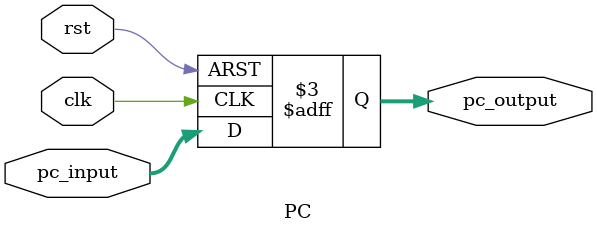
<source format=v>
module PC #(parameter WIDTH=32) 
(
input  wire  [WIDTH-1:0]  pc_input,
input  wire               clk,
input  wire               rst,
output reg   [WIDTH-1:0]  pc_output 
);

 always@(posedge clk or negedge rst)
  begin
    if (!rst)
      begin
        pc_output<=32'b0;
      end
    else
      begin
        pc_output<=pc_input;
      end
  end
  
endmodule
</source>
